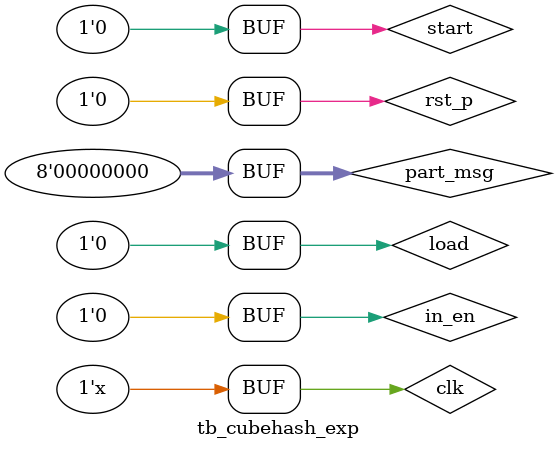
<source format=v>
`timescale 1 ns / 1 ps

module tb_cubehash_exp();

reg clk, rst_p, in_en, start, load;
wire [7:0] hash;
wire out_en, err;
reg [7:0] part_msg;

initial 
	clk = 1'b1;
  
always
	#5 clk = ~clk;

initial 
	begin
		rst_p = 1'b1;
		#111;
		rst_p = 1'b0;
	end


initial 
	begin
		start = 1'b0;
		in_en = 1'b0;
		load = 1'b0;
		
		#200;
		in_en = 1'b1;
		start =1'b1;
		repeat (3) begin
		#120
		part_msg = 8'h00;
		load = 1'b1;
		#100
		load = 1'b0;
		end
		
		#120
		part_msg = 8'h80;
		load = 1'b1;
		#100
		load = 1'b0;
		#100
		
		repeat (27) begin
		#120
		part_msg = 8'h00;
		load = 1'b1;
		#100
		load = 1'b0;
		end
		
		
		#120
		part_msg = 8'h00;
		load = 1'b1;
		#100

		load = 1'b0; 
		#1500

		#1000
		start =1'b0;
		#1000
		load = 1'b0;
		#1000
		in_en = 1'b0;
		
		
	end







cubehash_exp DUT1
(
.clk(clk),
.rst_p(rst_p),
.in_en(in_en),
.part_msg(part_msg),
.load(load),
.start(start),
.out_en(out_en),
.hash1(hash),
.err(err)
);



endmodule













</source>
